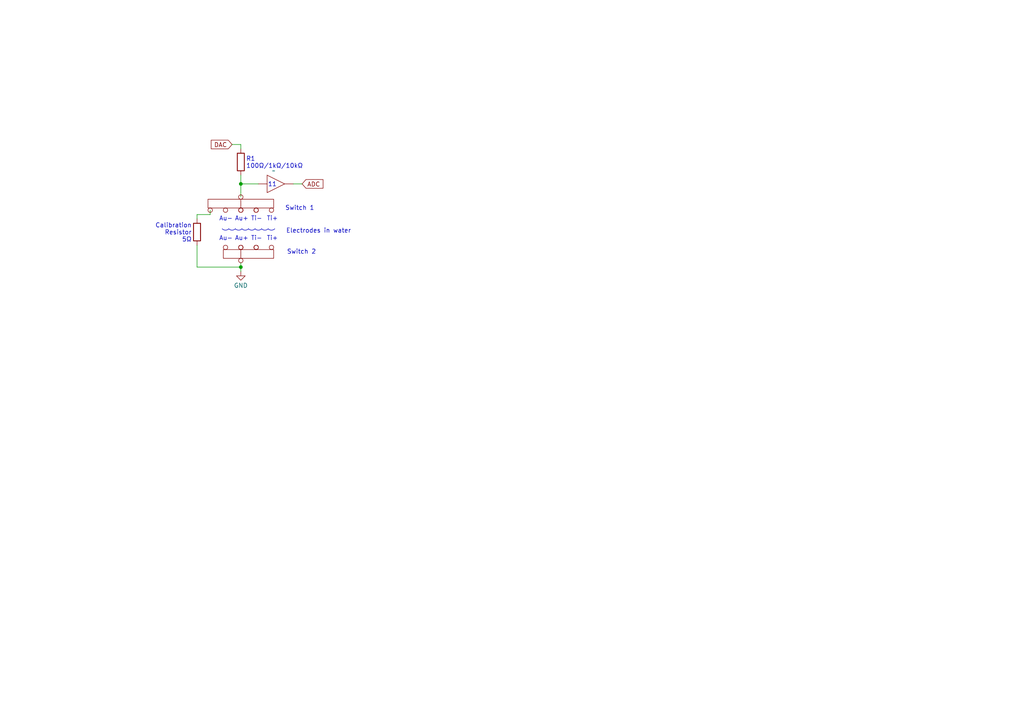
<source format=kicad_sch>
(kicad_sch (version 20231120) (generator "eeschema") (generator_version "8.0")
  (paper "A4")
  (lib_symbols
    (symbol "4022S:OPAMP"
      (property "Reference" "U" (at 0 2.286 0))
      (symbol "OPAMP_0_1"
        (polyline (pts (xy -2.54 2.54) (xy -2.54 -2.54) (xy 2.54 0) (xy -2.54 2.54)))
      )
      (symbol "OPAMP_1_1"
        (pin input line (at -5.08 0 0) (length 2.54) (name "") (number ""))
        (pin input line (at 5.08 0 180) (length 2.54) (name "") (number ""))
      )
    )
    (symbol "Device:R" (pin_numbers hide) (pin_names (offset 0))
      (property "Reference" "R" (at 2.032 0 90))
      (property "Value" "R" (at 0 0 90))
      (symbol "R_0_1"
        (rectangle (start -1.016 -2.54) (end 1.016 2.54) (stroke (width 0.254)))
      )
      (symbol "R_1_1"
        (pin passive line (at 0 3.81 270) (length 1.27) (name "~") (number "1"))
        (pin passive line (at 0 -3.81 90) (length 1.27) (name "~") (number "2"))
      )
    )
    (symbol "power:GND" (power) (pin_numbers hide) (pin_names (offset 0) hide)
      (property "Value" "GND" (at 0 -3.81 0))
      (symbol "GND_0_1"
        (polyline (pts (xy 0 0) (xy 0 -1.27) (xy 1.27 -1.27) (xy 0 -2.54) (xy -1.27 -1.27) (xy 0 -1.27)))
      )
      (symbol "GND_1_1"
        (pin power_in line (at 0 0 270) (length 0) (name "~") (number "1"))
      )
    )
  )
  (junction (at 69.85 53.34))
  (junction (at 69.85 77.47))
  (wire (pts (xy 60.96 62.23) (xy 57.15 62.23)))
  (wire (pts (xy 67.31 41.91) (xy 69.85 41.91)))
  (wire (pts (xy 69.85 50.8) (xy 69.85 53.34)))
  (wire (pts (xy 69.85 53.34) (xy 74.93 53.34)))
  (wire (pts (xy 85.09 53.34) (xy 87.63 53.34)))
  (polyline (pts (xy 69.85 74.93) (xy 69.85 72.39)) (stroke (width 0) (color 132 0 0 1)))
  (wire (pts (xy 60.96 60.96) (xy 60.96 62.23)))
  (wire (pts (xy 57.15 62.23) (xy 57.15 63.5)))
  (wire (pts (xy 69.85 76.2) (xy 69.85 77.47)))
  (wire (pts (xy 57.15 71.12) (xy 57.15 77.47)))
  (wire (pts (xy 69.85 77.47) (xy 69.85 78.74)))
  (polyline (pts (xy 69.85 57.785) (xy 69.85 60.325)) (stroke (width 0) (color 132 0 0 1)))
  (wire (pts (xy 69.85 53.34) (xy 69.85 57.15)))
  (wire (pts (xy 57.15 77.47) (xy 69.85 77.47)))
  (wire (pts (xy 69.85 41.91) (xy 69.85 43.18)))
  (rectangle (start 64.77 72.39) (end 79.375 74.93) (stroke (width 0) (color 132 0 0 1)))
  (arc (start 79.6925 66.3576) (mid 78.74 66.7521) (end 77.7875 66.3576))
  (circle (center 65.405 71.755) (radius 0.635) (stroke (width 0) (color 132 0 0 1)))
  (circle (center 74.295 71.755) (radius 0.635) (stroke (width 0) (color 132 0 0 1)))
  (circle (center 78.74 71.755) (radius 0.635) (stroke (width 0) (color 132 0 0 1)))
  (circle (center 74.295 60.96) (radius 0.635) (stroke (width 0) (color 132 0 0 1)))
  (arc (start 66.3575 66.3576) (mid 65.405 66.7521) (end 64.4525 66.3576))
  (circle (center 78.74 60.96) (radius 0.635) (stroke (width 0) (color 132 0 0 1)))
  (circle (center 69.85 60.96) (radius 0.635) (stroke (width 0) (color 132 0 0 1)))
  (arc (start 77.7875 66.3576) (mid 76.835 66.7521) (end 75.8825 66.3576))
  (circle (center 69.85 75.565) (radius 0.635) (stroke (width 0) (color 132 0 0 1)))
  (circle (center 69.85 60.96) (radius 0.635) (stroke (width 0) (color 132 0 0 1)))
  (circle (center 69.85 71.755) (radius 0.635) (stroke (width 0) (color 132 0 0 1)))
  (arc (start 70.1675 66.3576) (mid 69.215 66.7521) (end 68.2625 66.3576))
  (circle (center 69.85 71.755) (radius 0.635) (stroke (width 0) (color 132 0 0 1)))
  (circle (center 65.405 60.96) (radius 0.635) (stroke (width 0) (color 132 0 0 1)))
  (arc (start 72.0725 66.3576) (mid 71.12 66.7521) (end 70.1675 66.3576))
  (circle (center 74.295 60.96) (radius 0.635) (stroke (width 0) (color 132 0 0 1)))
  (arc (start 68.2625 66.3576) (mid 67.31 66.7521) (end 66.3575 66.3576))
  (arc (start 73.9775 66.3576) (mid 73.025 66.7521) (end 72.0725 66.3576))
  (arc (start 75.8825 66.3576) (mid 74.93 66.7521) (end 73.9775 66.3576))
  (rectangle (start 60.325 57.785) (end 79.375 60.325) (stroke (width 0) (color 132 0 0 1)))
  (circle (center 60.96 60.96) (radius 0.635) (stroke (width 0) (color 132 0 0 1)))
  (circle (center 69.85 57.15) (radius 0.635) (stroke (width 0) (color 132 0 0 1)))
  (circle (center 74.295 71.755) (radius 0.635) (stroke (width 0) (color 132 0 0 1)))
  (text "Electrodes in water" (at 101.854 67.056 0) (effects (font (size 1.27 1.27)) (justify right)))
  (text "Au+" (at 70.104 69.215 0) (effects (font (size 1.27 1.27))))
  (text "Ti+" (at 78.994 69.215 0) (effects (font (size 1.27 1.27))))
  (text "R1\n100Ω/1kΩ/10kΩ" (at 71.374 47.244 0) (effects (font (size 1.27 1.27)) (justify left)))
  (text "Switch 2" (at 91.694 73.152 0) (effects (font (size 1.27 1.27)) (justify right)))
  (text "Ti+" (at 78.994 63.5 0) (effects (font (size 1.27 1.27))))
  (text "Ti-" (at 74.422 69.215 0) (effects (font (size 1.27 1.27))))
  (text "Switch 1" (at 91.186 60.452 0) (effects (font (size 1.27 1.27)) (justify right)))
  (text "Au-" (at 65.532 69.215 0) (effects (font (size 1.27 1.27))))
  (text "Au-" (at 65.532 63.5 0) (effects (font (size 1.27 1.27))))
  (text "Calibration\nResistor\n5Ω" (at 55.626 67.564 0) (effects (font (size 1.27 1.27)) (justify right)))
  (text "Ti-" (at 74.422 63.5 0) (effects (font (size 1.27 1.27))))
  (text "Au+" (at 70.104 63.5 0) (effects (font (size 1.27 1.27))))
  (text "11" (at 78.994 53.594 0) (effects (font (size 1.27 1.27))))
  (global_label "ADC" (shape input) (at 87.63 53.34 0) (property "Intersheetrefs" "${INTERSHEET_REFS}" (effects (hide yes))))
  (global_label "DAC" (shape input) (at 67.31 41.91 180) (property "Intersheetrefs" "${INTERSHEET_REFS}" (effects (hide yes))))
  (symbol (lib_id "Device:R") (at 57.15 67.31 0) (mirror y) (unit 1)
    (property "Reference" "Calibration" (effects (hide yes)))
    (property "Value" "5Ω" (effects (hide yes)))
    (property "Description" "Resistor" (effects (hide yes)))
  )
  (symbol (lib_id "Device:R") (at 69.85 46.99 0) (unit 1)
    (property "Reference" "R1" (effects (hide yes)))
    (property "Value" "R" (effects (hide yes)))
    (property "Description" "Resistor" (effects (hide yes)))
  )
  (symbol (lib_id "power:GND") (at 69.85 78.74 0) (unit 1)
    (property "Reference" "#PWR01" (effects (hide yes)))
    (property "Value" "GND" (at 69.85 82.804 0))
    (property "Description" "Power symbol creates a global label with name \"GND\" , ground" (effects (hide yes)))
  )
  (symbol (lib_id "4022S:OPAMP") (at 80.01 53.34 0) (unit 1)
    (property "Reference" "U1" (effects (hide yes)))
    (property "Value" "~" (at 79.375 49.53 0))
  )
)
</source>
